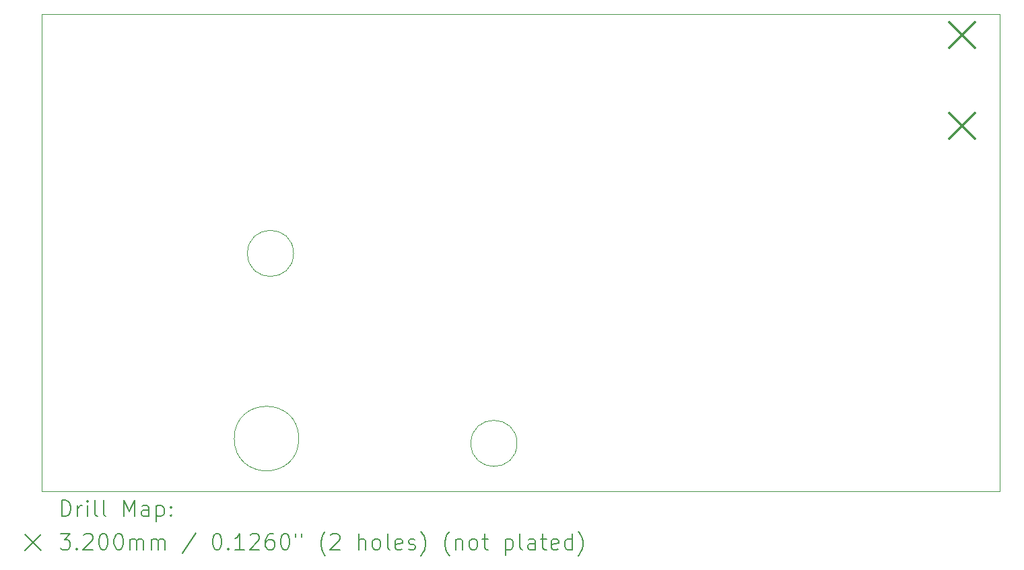
<source format=gbr>
%TF.GenerationSoftware,KiCad,Pcbnew,7.0.9*%
%TF.CreationDate,2024-06-30T00:15:22-04:00*%
%TF.ProjectId,Loop Board 3 Jackless Input,4c6f6f70-2042-46f6-9172-642033204a61,rev?*%
%TF.SameCoordinates,Original*%
%TF.FileFunction,Drillmap*%
%TF.FilePolarity,Positive*%
%FSLAX45Y45*%
G04 Gerber Fmt 4.5, Leading zero omitted, Abs format (unit mm)*
G04 Created by KiCad (PCBNEW 7.0.9) date 2024-06-30 00:15:22*
%MOMM*%
%LPD*%
G01*
G04 APERTURE LIST*
%ADD10C,0.100000*%
%ADD11C,0.200000*%
%ADD12C,0.320000*%
G04 APERTURE END LIST*
D10*
X18080000Y-9200000D02*
G75*
G03*
X18080000Y-9200000I-290000J0D01*
G01*
X15270000Y-6810000D02*
G75*
G03*
X15270000Y-6810000I-290000J0D01*
G01*
X15336079Y-9140000D02*
G75*
G03*
X15336079Y-9140000I-406079J0D01*
G01*
X12100000Y-3800000D02*
X24150000Y-3800000D01*
X24150000Y-9800000D01*
X12100000Y-9800000D01*
X12100000Y-3800000D01*
D11*
D12*
X23515000Y-3902250D02*
X23835000Y-4222250D01*
X23835000Y-3902250D02*
X23515000Y-4222250D01*
X23515000Y-5045250D02*
X23835000Y-5365250D01*
X23835000Y-5045250D02*
X23515000Y-5365250D01*
D11*
X12355777Y-10116484D02*
X12355777Y-9916484D01*
X12355777Y-9916484D02*
X12403396Y-9916484D01*
X12403396Y-9916484D02*
X12431967Y-9926008D01*
X12431967Y-9926008D02*
X12451015Y-9945055D01*
X12451015Y-9945055D02*
X12460539Y-9964103D01*
X12460539Y-9964103D02*
X12470062Y-10002198D01*
X12470062Y-10002198D02*
X12470062Y-10030770D01*
X12470062Y-10030770D02*
X12460539Y-10068865D01*
X12460539Y-10068865D02*
X12451015Y-10087912D01*
X12451015Y-10087912D02*
X12431967Y-10106960D01*
X12431967Y-10106960D02*
X12403396Y-10116484D01*
X12403396Y-10116484D02*
X12355777Y-10116484D01*
X12555777Y-10116484D02*
X12555777Y-9983150D01*
X12555777Y-10021246D02*
X12565301Y-10002198D01*
X12565301Y-10002198D02*
X12574824Y-9992674D01*
X12574824Y-9992674D02*
X12593872Y-9983150D01*
X12593872Y-9983150D02*
X12612920Y-9983150D01*
X12679586Y-10116484D02*
X12679586Y-9983150D01*
X12679586Y-9916484D02*
X12670062Y-9926008D01*
X12670062Y-9926008D02*
X12679586Y-9935531D01*
X12679586Y-9935531D02*
X12689110Y-9926008D01*
X12689110Y-9926008D02*
X12679586Y-9916484D01*
X12679586Y-9916484D02*
X12679586Y-9935531D01*
X12803396Y-10116484D02*
X12784348Y-10106960D01*
X12784348Y-10106960D02*
X12774824Y-10087912D01*
X12774824Y-10087912D02*
X12774824Y-9916484D01*
X12908158Y-10116484D02*
X12889110Y-10106960D01*
X12889110Y-10106960D02*
X12879586Y-10087912D01*
X12879586Y-10087912D02*
X12879586Y-9916484D01*
X13136729Y-10116484D02*
X13136729Y-9916484D01*
X13136729Y-9916484D02*
X13203396Y-10059341D01*
X13203396Y-10059341D02*
X13270062Y-9916484D01*
X13270062Y-9916484D02*
X13270062Y-10116484D01*
X13451015Y-10116484D02*
X13451015Y-10011722D01*
X13451015Y-10011722D02*
X13441491Y-9992674D01*
X13441491Y-9992674D02*
X13422443Y-9983150D01*
X13422443Y-9983150D02*
X13384348Y-9983150D01*
X13384348Y-9983150D02*
X13365301Y-9992674D01*
X13451015Y-10106960D02*
X13431967Y-10116484D01*
X13431967Y-10116484D02*
X13384348Y-10116484D01*
X13384348Y-10116484D02*
X13365301Y-10106960D01*
X13365301Y-10106960D02*
X13355777Y-10087912D01*
X13355777Y-10087912D02*
X13355777Y-10068865D01*
X13355777Y-10068865D02*
X13365301Y-10049817D01*
X13365301Y-10049817D02*
X13384348Y-10040293D01*
X13384348Y-10040293D02*
X13431967Y-10040293D01*
X13431967Y-10040293D02*
X13451015Y-10030770D01*
X13546253Y-9983150D02*
X13546253Y-10183150D01*
X13546253Y-9992674D02*
X13565301Y-9983150D01*
X13565301Y-9983150D02*
X13603396Y-9983150D01*
X13603396Y-9983150D02*
X13622443Y-9992674D01*
X13622443Y-9992674D02*
X13631967Y-10002198D01*
X13631967Y-10002198D02*
X13641491Y-10021246D01*
X13641491Y-10021246D02*
X13641491Y-10078389D01*
X13641491Y-10078389D02*
X13631967Y-10097436D01*
X13631967Y-10097436D02*
X13622443Y-10106960D01*
X13622443Y-10106960D02*
X13603396Y-10116484D01*
X13603396Y-10116484D02*
X13565301Y-10116484D01*
X13565301Y-10116484D02*
X13546253Y-10106960D01*
X13727205Y-10097436D02*
X13736729Y-10106960D01*
X13736729Y-10106960D02*
X13727205Y-10116484D01*
X13727205Y-10116484D02*
X13717682Y-10106960D01*
X13717682Y-10106960D02*
X13727205Y-10097436D01*
X13727205Y-10097436D02*
X13727205Y-10116484D01*
X13727205Y-9992674D02*
X13736729Y-10002198D01*
X13736729Y-10002198D02*
X13727205Y-10011722D01*
X13727205Y-10011722D02*
X13717682Y-10002198D01*
X13717682Y-10002198D02*
X13727205Y-9992674D01*
X13727205Y-9992674D02*
X13727205Y-10011722D01*
X11895000Y-10345000D02*
X12095000Y-10545000D01*
X12095000Y-10345000D02*
X11895000Y-10545000D01*
X12336729Y-10336484D02*
X12460539Y-10336484D01*
X12460539Y-10336484D02*
X12393872Y-10412674D01*
X12393872Y-10412674D02*
X12422443Y-10412674D01*
X12422443Y-10412674D02*
X12441491Y-10422198D01*
X12441491Y-10422198D02*
X12451015Y-10431722D01*
X12451015Y-10431722D02*
X12460539Y-10450770D01*
X12460539Y-10450770D02*
X12460539Y-10498389D01*
X12460539Y-10498389D02*
X12451015Y-10517436D01*
X12451015Y-10517436D02*
X12441491Y-10526960D01*
X12441491Y-10526960D02*
X12422443Y-10536484D01*
X12422443Y-10536484D02*
X12365301Y-10536484D01*
X12365301Y-10536484D02*
X12346253Y-10526960D01*
X12346253Y-10526960D02*
X12336729Y-10517436D01*
X12546253Y-10517436D02*
X12555777Y-10526960D01*
X12555777Y-10526960D02*
X12546253Y-10536484D01*
X12546253Y-10536484D02*
X12536729Y-10526960D01*
X12536729Y-10526960D02*
X12546253Y-10517436D01*
X12546253Y-10517436D02*
X12546253Y-10536484D01*
X12631967Y-10355531D02*
X12641491Y-10346008D01*
X12641491Y-10346008D02*
X12660539Y-10336484D01*
X12660539Y-10336484D02*
X12708158Y-10336484D01*
X12708158Y-10336484D02*
X12727205Y-10346008D01*
X12727205Y-10346008D02*
X12736729Y-10355531D01*
X12736729Y-10355531D02*
X12746253Y-10374579D01*
X12746253Y-10374579D02*
X12746253Y-10393627D01*
X12746253Y-10393627D02*
X12736729Y-10422198D01*
X12736729Y-10422198D02*
X12622443Y-10536484D01*
X12622443Y-10536484D02*
X12746253Y-10536484D01*
X12870062Y-10336484D02*
X12889110Y-10336484D01*
X12889110Y-10336484D02*
X12908158Y-10346008D01*
X12908158Y-10346008D02*
X12917682Y-10355531D01*
X12917682Y-10355531D02*
X12927205Y-10374579D01*
X12927205Y-10374579D02*
X12936729Y-10412674D01*
X12936729Y-10412674D02*
X12936729Y-10460293D01*
X12936729Y-10460293D02*
X12927205Y-10498389D01*
X12927205Y-10498389D02*
X12917682Y-10517436D01*
X12917682Y-10517436D02*
X12908158Y-10526960D01*
X12908158Y-10526960D02*
X12889110Y-10536484D01*
X12889110Y-10536484D02*
X12870062Y-10536484D01*
X12870062Y-10536484D02*
X12851015Y-10526960D01*
X12851015Y-10526960D02*
X12841491Y-10517436D01*
X12841491Y-10517436D02*
X12831967Y-10498389D01*
X12831967Y-10498389D02*
X12822443Y-10460293D01*
X12822443Y-10460293D02*
X12822443Y-10412674D01*
X12822443Y-10412674D02*
X12831967Y-10374579D01*
X12831967Y-10374579D02*
X12841491Y-10355531D01*
X12841491Y-10355531D02*
X12851015Y-10346008D01*
X12851015Y-10346008D02*
X12870062Y-10336484D01*
X13060539Y-10336484D02*
X13079586Y-10336484D01*
X13079586Y-10336484D02*
X13098634Y-10346008D01*
X13098634Y-10346008D02*
X13108158Y-10355531D01*
X13108158Y-10355531D02*
X13117682Y-10374579D01*
X13117682Y-10374579D02*
X13127205Y-10412674D01*
X13127205Y-10412674D02*
X13127205Y-10460293D01*
X13127205Y-10460293D02*
X13117682Y-10498389D01*
X13117682Y-10498389D02*
X13108158Y-10517436D01*
X13108158Y-10517436D02*
X13098634Y-10526960D01*
X13098634Y-10526960D02*
X13079586Y-10536484D01*
X13079586Y-10536484D02*
X13060539Y-10536484D01*
X13060539Y-10536484D02*
X13041491Y-10526960D01*
X13041491Y-10526960D02*
X13031967Y-10517436D01*
X13031967Y-10517436D02*
X13022443Y-10498389D01*
X13022443Y-10498389D02*
X13012920Y-10460293D01*
X13012920Y-10460293D02*
X13012920Y-10412674D01*
X13012920Y-10412674D02*
X13022443Y-10374579D01*
X13022443Y-10374579D02*
X13031967Y-10355531D01*
X13031967Y-10355531D02*
X13041491Y-10346008D01*
X13041491Y-10346008D02*
X13060539Y-10336484D01*
X13212920Y-10536484D02*
X13212920Y-10403150D01*
X13212920Y-10422198D02*
X13222443Y-10412674D01*
X13222443Y-10412674D02*
X13241491Y-10403150D01*
X13241491Y-10403150D02*
X13270063Y-10403150D01*
X13270063Y-10403150D02*
X13289110Y-10412674D01*
X13289110Y-10412674D02*
X13298634Y-10431722D01*
X13298634Y-10431722D02*
X13298634Y-10536484D01*
X13298634Y-10431722D02*
X13308158Y-10412674D01*
X13308158Y-10412674D02*
X13327205Y-10403150D01*
X13327205Y-10403150D02*
X13355777Y-10403150D01*
X13355777Y-10403150D02*
X13374824Y-10412674D01*
X13374824Y-10412674D02*
X13384348Y-10431722D01*
X13384348Y-10431722D02*
X13384348Y-10536484D01*
X13479586Y-10536484D02*
X13479586Y-10403150D01*
X13479586Y-10422198D02*
X13489110Y-10412674D01*
X13489110Y-10412674D02*
X13508158Y-10403150D01*
X13508158Y-10403150D02*
X13536729Y-10403150D01*
X13536729Y-10403150D02*
X13555777Y-10412674D01*
X13555777Y-10412674D02*
X13565301Y-10431722D01*
X13565301Y-10431722D02*
X13565301Y-10536484D01*
X13565301Y-10431722D02*
X13574824Y-10412674D01*
X13574824Y-10412674D02*
X13593872Y-10403150D01*
X13593872Y-10403150D02*
X13622443Y-10403150D01*
X13622443Y-10403150D02*
X13641491Y-10412674D01*
X13641491Y-10412674D02*
X13651015Y-10431722D01*
X13651015Y-10431722D02*
X13651015Y-10536484D01*
X14041491Y-10326960D02*
X13870063Y-10584103D01*
X14298634Y-10336484D02*
X14317682Y-10336484D01*
X14317682Y-10336484D02*
X14336729Y-10346008D01*
X14336729Y-10346008D02*
X14346253Y-10355531D01*
X14346253Y-10355531D02*
X14355777Y-10374579D01*
X14355777Y-10374579D02*
X14365301Y-10412674D01*
X14365301Y-10412674D02*
X14365301Y-10460293D01*
X14365301Y-10460293D02*
X14355777Y-10498389D01*
X14355777Y-10498389D02*
X14346253Y-10517436D01*
X14346253Y-10517436D02*
X14336729Y-10526960D01*
X14336729Y-10526960D02*
X14317682Y-10536484D01*
X14317682Y-10536484D02*
X14298634Y-10536484D01*
X14298634Y-10536484D02*
X14279586Y-10526960D01*
X14279586Y-10526960D02*
X14270063Y-10517436D01*
X14270063Y-10517436D02*
X14260539Y-10498389D01*
X14260539Y-10498389D02*
X14251015Y-10460293D01*
X14251015Y-10460293D02*
X14251015Y-10412674D01*
X14251015Y-10412674D02*
X14260539Y-10374579D01*
X14260539Y-10374579D02*
X14270063Y-10355531D01*
X14270063Y-10355531D02*
X14279586Y-10346008D01*
X14279586Y-10346008D02*
X14298634Y-10336484D01*
X14451015Y-10517436D02*
X14460539Y-10526960D01*
X14460539Y-10526960D02*
X14451015Y-10536484D01*
X14451015Y-10536484D02*
X14441491Y-10526960D01*
X14441491Y-10526960D02*
X14451015Y-10517436D01*
X14451015Y-10517436D02*
X14451015Y-10536484D01*
X14651015Y-10536484D02*
X14536729Y-10536484D01*
X14593872Y-10536484D02*
X14593872Y-10336484D01*
X14593872Y-10336484D02*
X14574825Y-10365055D01*
X14574825Y-10365055D02*
X14555777Y-10384103D01*
X14555777Y-10384103D02*
X14536729Y-10393627D01*
X14727206Y-10355531D02*
X14736729Y-10346008D01*
X14736729Y-10346008D02*
X14755777Y-10336484D01*
X14755777Y-10336484D02*
X14803396Y-10336484D01*
X14803396Y-10336484D02*
X14822444Y-10346008D01*
X14822444Y-10346008D02*
X14831967Y-10355531D01*
X14831967Y-10355531D02*
X14841491Y-10374579D01*
X14841491Y-10374579D02*
X14841491Y-10393627D01*
X14841491Y-10393627D02*
X14831967Y-10422198D01*
X14831967Y-10422198D02*
X14717682Y-10536484D01*
X14717682Y-10536484D02*
X14841491Y-10536484D01*
X15012920Y-10336484D02*
X14974825Y-10336484D01*
X14974825Y-10336484D02*
X14955777Y-10346008D01*
X14955777Y-10346008D02*
X14946253Y-10355531D01*
X14946253Y-10355531D02*
X14927206Y-10384103D01*
X14927206Y-10384103D02*
X14917682Y-10422198D01*
X14917682Y-10422198D02*
X14917682Y-10498389D01*
X14917682Y-10498389D02*
X14927206Y-10517436D01*
X14927206Y-10517436D02*
X14936729Y-10526960D01*
X14936729Y-10526960D02*
X14955777Y-10536484D01*
X14955777Y-10536484D02*
X14993872Y-10536484D01*
X14993872Y-10536484D02*
X15012920Y-10526960D01*
X15012920Y-10526960D02*
X15022444Y-10517436D01*
X15022444Y-10517436D02*
X15031967Y-10498389D01*
X15031967Y-10498389D02*
X15031967Y-10450770D01*
X15031967Y-10450770D02*
X15022444Y-10431722D01*
X15022444Y-10431722D02*
X15012920Y-10422198D01*
X15012920Y-10422198D02*
X14993872Y-10412674D01*
X14993872Y-10412674D02*
X14955777Y-10412674D01*
X14955777Y-10412674D02*
X14936729Y-10422198D01*
X14936729Y-10422198D02*
X14927206Y-10431722D01*
X14927206Y-10431722D02*
X14917682Y-10450770D01*
X15155777Y-10336484D02*
X15174825Y-10336484D01*
X15174825Y-10336484D02*
X15193872Y-10346008D01*
X15193872Y-10346008D02*
X15203396Y-10355531D01*
X15203396Y-10355531D02*
X15212920Y-10374579D01*
X15212920Y-10374579D02*
X15222444Y-10412674D01*
X15222444Y-10412674D02*
X15222444Y-10460293D01*
X15222444Y-10460293D02*
X15212920Y-10498389D01*
X15212920Y-10498389D02*
X15203396Y-10517436D01*
X15203396Y-10517436D02*
X15193872Y-10526960D01*
X15193872Y-10526960D02*
X15174825Y-10536484D01*
X15174825Y-10536484D02*
X15155777Y-10536484D01*
X15155777Y-10536484D02*
X15136729Y-10526960D01*
X15136729Y-10526960D02*
X15127206Y-10517436D01*
X15127206Y-10517436D02*
X15117682Y-10498389D01*
X15117682Y-10498389D02*
X15108158Y-10460293D01*
X15108158Y-10460293D02*
X15108158Y-10412674D01*
X15108158Y-10412674D02*
X15117682Y-10374579D01*
X15117682Y-10374579D02*
X15127206Y-10355531D01*
X15127206Y-10355531D02*
X15136729Y-10346008D01*
X15136729Y-10346008D02*
X15155777Y-10336484D01*
X15298634Y-10336484D02*
X15298634Y-10374579D01*
X15374825Y-10336484D02*
X15374825Y-10374579D01*
X15670063Y-10612674D02*
X15660539Y-10603150D01*
X15660539Y-10603150D02*
X15641491Y-10574579D01*
X15641491Y-10574579D02*
X15631968Y-10555531D01*
X15631968Y-10555531D02*
X15622444Y-10526960D01*
X15622444Y-10526960D02*
X15612920Y-10479341D01*
X15612920Y-10479341D02*
X15612920Y-10441246D01*
X15612920Y-10441246D02*
X15622444Y-10393627D01*
X15622444Y-10393627D02*
X15631968Y-10365055D01*
X15631968Y-10365055D02*
X15641491Y-10346008D01*
X15641491Y-10346008D02*
X15660539Y-10317436D01*
X15660539Y-10317436D02*
X15670063Y-10307912D01*
X15736729Y-10355531D02*
X15746253Y-10346008D01*
X15746253Y-10346008D02*
X15765301Y-10336484D01*
X15765301Y-10336484D02*
X15812920Y-10336484D01*
X15812920Y-10336484D02*
X15831968Y-10346008D01*
X15831968Y-10346008D02*
X15841491Y-10355531D01*
X15841491Y-10355531D02*
X15851015Y-10374579D01*
X15851015Y-10374579D02*
X15851015Y-10393627D01*
X15851015Y-10393627D02*
X15841491Y-10422198D01*
X15841491Y-10422198D02*
X15727206Y-10536484D01*
X15727206Y-10536484D02*
X15851015Y-10536484D01*
X16089110Y-10536484D02*
X16089110Y-10336484D01*
X16174825Y-10536484D02*
X16174825Y-10431722D01*
X16174825Y-10431722D02*
X16165301Y-10412674D01*
X16165301Y-10412674D02*
X16146253Y-10403150D01*
X16146253Y-10403150D02*
X16117682Y-10403150D01*
X16117682Y-10403150D02*
X16098634Y-10412674D01*
X16098634Y-10412674D02*
X16089110Y-10422198D01*
X16298634Y-10536484D02*
X16279587Y-10526960D01*
X16279587Y-10526960D02*
X16270063Y-10517436D01*
X16270063Y-10517436D02*
X16260539Y-10498389D01*
X16260539Y-10498389D02*
X16260539Y-10441246D01*
X16260539Y-10441246D02*
X16270063Y-10422198D01*
X16270063Y-10422198D02*
X16279587Y-10412674D01*
X16279587Y-10412674D02*
X16298634Y-10403150D01*
X16298634Y-10403150D02*
X16327206Y-10403150D01*
X16327206Y-10403150D02*
X16346253Y-10412674D01*
X16346253Y-10412674D02*
X16355777Y-10422198D01*
X16355777Y-10422198D02*
X16365301Y-10441246D01*
X16365301Y-10441246D02*
X16365301Y-10498389D01*
X16365301Y-10498389D02*
X16355777Y-10517436D01*
X16355777Y-10517436D02*
X16346253Y-10526960D01*
X16346253Y-10526960D02*
X16327206Y-10536484D01*
X16327206Y-10536484D02*
X16298634Y-10536484D01*
X16479587Y-10536484D02*
X16460539Y-10526960D01*
X16460539Y-10526960D02*
X16451015Y-10507912D01*
X16451015Y-10507912D02*
X16451015Y-10336484D01*
X16631968Y-10526960D02*
X16612920Y-10536484D01*
X16612920Y-10536484D02*
X16574825Y-10536484D01*
X16574825Y-10536484D02*
X16555777Y-10526960D01*
X16555777Y-10526960D02*
X16546253Y-10507912D01*
X16546253Y-10507912D02*
X16546253Y-10431722D01*
X16546253Y-10431722D02*
X16555777Y-10412674D01*
X16555777Y-10412674D02*
X16574825Y-10403150D01*
X16574825Y-10403150D02*
X16612920Y-10403150D01*
X16612920Y-10403150D02*
X16631968Y-10412674D01*
X16631968Y-10412674D02*
X16641491Y-10431722D01*
X16641491Y-10431722D02*
X16641491Y-10450770D01*
X16641491Y-10450770D02*
X16546253Y-10469817D01*
X16717682Y-10526960D02*
X16736730Y-10536484D01*
X16736730Y-10536484D02*
X16774825Y-10536484D01*
X16774825Y-10536484D02*
X16793873Y-10526960D01*
X16793873Y-10526960D02*
X16803396Y-10507912D01*
X16803396Y-10507912D02*
X16803396Y-10498389D01*
X16803396Y-10498389D02*
X16793873Y-10479341D01*
X16793873Y-10479341D02*
X16774825Y-10469817D01*
X16774825Y-10469817D02*
X16746253Y-10469817D01*
X16746253Y-10469817D02*
X16727206Y-10460293D01*
X16727206Y-10460293D02*
X16717682Y-10441246D01*
X16717682Y-10441246D02*
X16717682Y-10431722D01*
X16717682Y-10431722D02*
X16727206Y-10412674D01*
X16727206Y-10412674D02*
X16746253Y-10403150D01*
X16746253Y-10403150D02*
X16774825Y-10403150D01*
X16774825Y-10403150D02*
X16793873Y-10412674D01*
X16870063Y-10612674D02*
X16879587Y-10603150D01*
X16879587Y-10603150D02*
X16898634Y-10574579D01*
X16898634Y-10574579D02*
X16908158Y-10555531D01*
X16908158Y-10555531D02*
X16917682Y-10526960D01*
X16917682Y-10526960D02*
X16927206Y-10479341D01*
X16927206Y-10479341D02*
X16927206Y-10441246D01*
X16927206Y-10441246D02*
X16917682Y-10393627D01*
X16917682Y-10393627D02*
X16908158Y-10365055D01*
X16908158Y-10365055D02*
X16898634Y-10346008D01*
X16898634Y-10346008D02*
X16879587Y-10317436D01*
X16879587Y-10317436D02*
X16870063Y-10307912D01*
X17231968Y-10612674D02*
X17222444Y-10603150D01*
X17222444Y-10603150D02*
X17203396Y-10574579D01*
X17203396Y-10574579D02*
X17193873Y-10555531D01*
X17193873Y-10555531D02*
X17184349Y-10526960D01*
X17184349Y-10526960D02*
X17174825Y-10479341D01*
X17174825Y-10479341D02*
X17174825Y-10441246D01*
X17174825Y-10441246D02*
X17184349Y-10393627D01*
X17184349Y-10393627D02*
X17193873Y-10365055D01*
X17193873Y-10365055D02*
X17203396Y-10346008D01*
X17203396Y-10346008D02*
X17222444Y-10317436D01*
X17222444Y-10317436D02*
X17231968Y-10307912D01*
X17308158Y-10403150D02*
X17308158Y-10536484D01*
X17308158Y-10422198D02*
X17317682Y-10412674D01*
X17317682Y-10412674D02*
X17336730Y-10403150D01*
X17336730Y-10403150D02*
X17365301Y-10403150D01*
X17365301Y-10403150D02*
X17384349Y-10412674D01*
X17384349Y-10412674D02*
X17393873Y-10431722D01*
X17393873Y-10431722D02*
X17393873Y-10536484D01*
X17517682Y-10536484D02*
X17498634Y-10526960D01*
X17498634Y-10526960D02*
X17489111Y-10517436D01*
X17489111Y-10517436D02*
X17479587Y-10498389D01*
X17479587Y-10498389D02*
X17479587Y-10441246D01*
X17479587Y-10441246D02*
X17489111Y-10422198D01*
X17489111Y-10422198D02*
X17498634Y-10412674D01*
X17498634Y-10412674D02*
X17517682Y-10403150D01*
X17517682Y-10403150D02*
X17546254Y-10403150D01*
X17546254Y-10403150D02*
X17565301Y-10412674D01*
X17565301Y-10412674D02*
X17574825Y-10422198D01*
X17574825Y-10422198D02*
X17584349Y-10441246D01*
X17584349Y-10441246D02*
X17584349Y-10498389D01*
X17584349Y-10498389D02*
X17574825Y-10517436D01*
X17574825Y-10517436D02*
X17565301Y-10526960D01*
X17565301Y-10526960D02*
X17546254Y-10536484D01*
X17546254Y-10536484D02*
X17517682Y-10536484D01*
X17641492Y-10403150D02*
X17717682Y-10403150D01*
X17670063Y-10336484D02*
X17670063Y-10507912D01*
X17670063Y-10507912D02*
X17679587Y-10526960D01*
X17679587Y-10526960D02*
X17698634Y-10536484D01*
X17698634Y-10536484D02*
X17717682Y-10536484D01*
X17936730Y-10403150D02*
X17936730Y-10603150D01*
X17936730Y-10412674D02*
X17955777Y-10403150D01*
X17955777Y-10403150D02*
X17993873Y-10403150D01*
X17993873Y-10403150D02*
X18012920Y-10412674D01*
X18012920Y-10412674D02*
X18022444Y-10422198D01*
X18022444Y-10422198D02*
X18031968Y-10441246D01*
X18031968Y-10441246D02*
X18031968Y-10498389D01*
X18031968Y-10498389D02*
X18022444Y-10517436D01*
X18022444Y-10517436D02*
X18012920Y-10526960D01*
X18012920Y-10526960D02*
X17993873Y-10536484D01*
X17993873Y-10536484D02*
X17955777Y-10536484D01*
X17955777Y-10536484D02*
X17936730Y-10526960D01*
X18146254Y-10536484D02*
X18127206Y-10526960D01*
X18127206Y-10526960D02*
X18117682Y-10507912D01*
X18117682Y-10507912D02*
X18117682Y-10336484D01*
X18308158Y-10536484D02*
X18308158Y-10431722D01*
X18308158Y-10431722D02*
X18298635Y-10412674D01*
X18298635Y-10412674D02*
X18279587Y-10403150D01*
X18279587Y-10403150D02*
X18241492Y-10403150D01*
X18241492Y-10403150D02*
X18222444Y-10412674D01*
X18308158Y-10526960D02*
X18289111Y-10536484D01*
X18289111Y-10536484D02*
X18241492Y-10536484D01*
X18241492Y-10536484D02*
X18222444Y-10526960D01*
X18222444Y-10526960D02*
X18212920Y-10507912D01*
X18212920Y-10507912D02*
X18212920Y-10488865D01*
X18212920Y-10488865D02*
X18222444Y-10469817D01*
X18222444Y-10469817D02*
X18241492Y-10460293D01*
X18241492Y-10460293D02*
X18289111Y-10460293D01*
X18289111Y-10460293D02*
X18308158Y-10450770D01*
X18374825Y-10403150D02*
X18451015Y-10403150D01*
X18403396Y-10336484D02*
X18403396Y-10507912D01*
X18403396Y-10507912D02*
X18412920Y-10526960D01*
X18412920Y-10526960D02*
X18431968Y-10536484D01*
X18431968Y-10536484D02*
X18451015Y-10536484D01*
X18593873Y-10526960D02*
X18574825Y-10536484D01*
X18574825Y-10536484D02*
X18536730Y-10536484D01*
X18536730Y-10536484D02*
X18517682Y-10526960D01*
X18517682Y-10526960D02*
X18508158Y-10507912D01*
X18508158Y-10507912D02*
X18508158Y-10431722D01*
X18508158Y-10431722D02*
X18517682Y-10412674D01*
X18517682Y-10412674D02*
X18536730Y-10403150D01*
X18536730Y-10403150D02*
X18574825Y-10403150D01*
X18574825Y-10403150D02*
X18593873Y-10412674D01*
X18593873Y-10412674D02*
X18603396Y-10431722D01*
X18603396Y-10431722D02*
X18603396Y-10450770D01*
X18603396Y-10450770D02*
X18508158Y-10469817D01*
X18774825Y-10536484D02*
X18774825Y-10336484D01*
X18774825Y-10526960D02*
X18755777Y-10536484D01*
X18755777Y-10536484D02*
X18717682Y-10536484D01*
X18717682Y-10536484D02*
X18698635Y-10526960D01*
X18698635Y-10526960D02*
X18689111Y-10517436D01*
X18689111Y-10517436D02*
X18679587Y-10498389D01*
X18679587Y-10498389D02*
X18679587Y-10441246D01*
X18679587Y-10441246D02*
X18689111Y-10422198D01*
X18689111Y-10422198D02*
X18698635Y-10412674D01*
X18698635Y-10412674D02*
X18717682Y-10403150D01*
X18717682Y-10403150D02*
X18755777Y-10403150D01*
X18755777Y-10403150D02*
X18774825Y-10412674D01*
X18851016Y-10612674D02*
X18860539Y-10603150D01*
X18860539Y-10603150D02*
X18879587Y-10574579D01*
X18879587Y-10574579D02*
X18889111Y-10555531D01*
X18889111Y-10555531D02*
X18898635Y-10526960D01*
X18898635Y-10526960D02*
X18908158Y-10479341D01*
X18908158Y-10479341D02*
X18908158Y-10441246D01*
X18908158Y-10441246D02*
X18898635Y-10393627D01*
X18898635Y-10393627D02*
X18889111Y-10365055D01*
X18889111Y-10365055D02*
X18879587Y-10346008D01*
X18879587Y-10346008D02*
X18860539Y-10317436D01*
X18860539Y-10317436D02*
X18851016Y-10307912D01*
M02*

</source>
